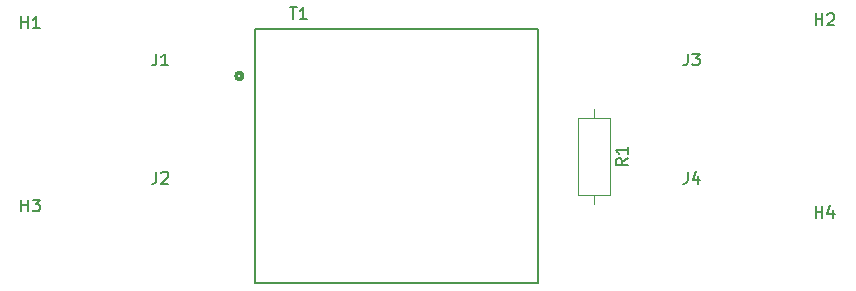
<source format=gbr>
%TF.GenerationSoftware,KiCad,Pcbnew,8.0.6*%
%TF.CreationDate,2025-02-04T11:33:45-08:00*%
%TF.ProjectId,Current_Transformer_test_Board,43757272-656e-4745-9f54-72616e73666f,rev?*%
%TF.SameCoordinates,Original*%
%TF.FileFunction,Legend,Top*%
%TF.FilePolarity,Positive*%
%FSLAX46Y46*%
G04 Gerber Fmt 4.6, Leading zero omitted, Abs format (unit mm)*
G04 Created by KiCad (PCBNEW 8.0.6) date 2025-02-04 11:33:45*
%MOMM*%
%LPD*%
G01*
G04 APERTURE LIST*
%ADD10C,0.150000*%
%ADD11C,0.127000*%
%ADD12C,0.300000*%
%ADD13C,0.120000*%
G04 APERTURE END LIST*
D10*
X69666666Y-46304819D02*
X69666666Y-47019104D01*
X69666666Y-47019104D02*
X69619047Y-47161961D01*
X69619047Y-47161961D02*
X69523809Y-47257200D01*
X69523809Y-47257200D02*
X69380952Y-47304819D01*
X69380952Y-47304819D02*
X69285714Y-47304819D01*
X70095238Y-46400057D02*
X70142857Y-46352438D01*
X70142857Y-46352438D02*
X70238095Y-46304819D01*
X70238095Y-46304819D02*
X70476190Y-46304819D01*
X70476190Y-46304819D02*
X70571428Y-46352438D01*
X70571428Y-46352438D02*
X70619047Y-46400057D01*
X70619047Y-46400057D02*
X70666666Y-46495295D01*
X70666666Y-46495295D02*
X70666666Y-46590533D01*
X70666666Y-46590533D02*
X70619047Y-46733390D01*
X70619047Y-46733390D02*
X70047619Y-47304819D01*
X70047619Y-47304819D02*
X70666666Y-47304819D01*
X58238095Y-34154819D02*
X58238095Y-33154819D01*
X58238095Y-33631009D02*
X58809523Y-33631009D01*
X58809523Y-34154819D02*
X58809523Y-33154819D01*
X59809523Y-34154819D02*
X59238095Y-34154819D01*
X59523809Y-34154819D02*
X59523809Y-33154819D01*
X59523809Y-33154819D02*
X59428571Y-33297676D01*
X59428571Y-33297676D02*
X59333333Y-33392914D01*
X59333333Y-33392914D02*
X59238095Y-33440533D01*
X125488095Y-33904819D02*
X125488095Y-32904819D01*
X125488095Y-33381009D02*
X126059523Y-33381009D01*
X126059523Y-33904819D02*
X126059523Y-32904819D01*
X126488095Y-33000057D02*
X126535714Y-32952438D01*
X126535714Y-32952438D02*
X126630952Y-32904819D01*
X126630952Y-32904819D02*
X126869047Y-32904819D01*
X126869047Y-32904819D02*
X126964285Y-32952438D01*
X126964285Y-32952438D02*
X127011904Y-33000057D01*
X127011904Y-33000057D02*
X127059523Y-33095295D01*
X127059523Y-33095295D02*
X127059523Y-33190533D01*
X127059523Y-33190533D02*
X127011904Y-33333390D01*
X127011904Y-33333390D02*
X126440476Y-33904819D01*
X126440476Y-33904819D02*
X127059523Y-33904819D01*
X125488095Y-50204819D02*
X125488095Y-49204819D01*
X125488095Y-49681009D02*
X126059523Y-49681009D01*
X126059523Y-50204819D02*
X126059523Y-49204819D01*
X126964285Y-49538152D02*
X126964285Y-50204819D01*
X126726190Y-49157200D02*
X126488095Y-49871485D01*
X126488095Y-49871485D02*
X127107142Y-49871485D01*
X114666666Y-36304819D02*
X114666666Y-37019104D01*
X114666666Y-37019104D02*
X114619047Y-37161961D01*
X114619047Y-37161961D02*
X114523809Y-37257200D01*
X114523809Y-37257200D02*
X114380952Y-37304819D01*
X114380952Y-37304819D02*
X114285714Y-37304819D01*
X115047619Y-36304819D02*
X115666666Y-36304819D01*
X115666666Y-36304819D02*
X115333333Y-36685771D01*
X115333333Y-36685771D02*
X115476190Y-36685771D01*
X115476190Y-36685771D02*
X115571428Y-36733390D01*
X115571428Y-36733390D02*
X115619047Y-36781009D01*
X115619047Y-36781009D02*
X115666666Y-36876247D01*
X115666666Y-36876247D02*
X115666666Y-37114342D01*
X115666666Y-37114342D02*
X115619047Y-37209580D01*
X115619047Y-37209580D02*
X115571428Y-37257200D01*
X115571428Y-37257200D02*
X115476190Y-37304819D01*
X115476190Y-37304819D02*
X115190476Y-37304819D01*
X115190476Y-37304819D02*
X115095238Y-37257200D01*
X115095238Y-37257200D02*
X115047619Y-37209580D01*
X69666666Y-36304819D02*
X69666666Y-37019104D01*
X69666666Y-37019104D02*
X69619047Y-37161961D01*
X69619047Y-37161961D02*
X69523809Y-37257200D01*
X69523809Y-37257200D02*
X69380952Y-37304819D01*
X69380952Y-37304819D02*
X69285714Y-37304819D01*
X70666666Y-37304819D02*
X70095238Y-37304819D01*
X70380952Y-37304819D02*
X70380952Y-36304819D01*
X70380952Y-36304819D02*
X70285714Y-36447676D01*
X70285714Y-36447676D02*
X70190476Y-36542914D01*
X70190476Y-36542914D02*
X70095238Y-36590533D01*
X80983095Y-32389819D02*
X81554523Y-32389819D01*
X81268809Y-33389819D02*
X81268809Y-32389819D01*
X82411666Y-33389819D02*
X81840238Y-33389819D01*
X82125952Y-33389819D02*
X82125952Y-32389819D01*
X82125952Y-32389819D02*
X82030714Y-32532676D01*
X82030714Y-32532676D02*
X81935476Y-32627914D01*
X81935476Y-32627914D02*
X81840238Y-32675533D01*
X58238095Y-49654819D02*
X58238095Y-48654819D01*
X58238095Y-49131009D02*
X58809523Y-49131009D01*
X58809523Y-49654819D02*
X58809523Y-48654819D01*
X59190476Y-48654819D02*
X59809523Y-48654819D01*
X59809523Y-48654819D02*
X59476190Y-49035771D01*
X59476190Y-49035771D02*
X59619047Y-49035771D01*
X59619047Y-49035771D02*
X59714285Y-49083390D01*
X59714285Y-49083390D02*
X59761904Y-49131009D01*
X59761904Y-49131009D02*
X59809523Y-49226247D01*
X59809523Y-49226247D02*
X59809523Y-49464342D01*
X59809523Y-49464342D02*
X59761904Y-49559580D01*
X59761904Y-49559580D02*
X59714285Y-49607200D01*
X59714285Y-49607200D02*
X59619047Y-49654819D01*
X59619047Y-49654819D02*
X59333333Y-49654819D01*
X59333333Y-49654819D02*
X59238095Y-49607200D01*
X59238095Y-49607200D02*
X59190476Y-49559580D01*
X109574819Y-45166666D02*
X109098628Y-45499999D01*
X109574819Y-45738094D02*
X108574819Y-45738094D01*
X108574819Y-45738094D02*
X108574819Y-45357142D01*
X108574819Y-45357142D02*
X108622438Y-45261904D01*
X108622438Y-45261904D02*
X108670057Y-45214285D01*
X108670057Y-45214285D02*
X108765295Y-45166666D01*
X108765295Y-45166666D02*
X108908152Y-45166666D01*
X108908152Y-45166666D02*
X109003390Y-45214285D01*
X109003390Y-45214285D02*
X109051009Y-45261904D01*
X109051009Y-45261904D02*
X109098628Y-45357142D01*
X109098628Y-45357142D02*
X109098628Y-45738094D01*
X109574819Y-44214285D02*
X109574819Y-44785713D01*
X109574819Y-44499999D02*
X108574819Y-44499999D01*
X108574819Y-44499999D02*
X108717676Y-44595237D01*
X108717676Y-44595237D02*
X108812914Y-44690475D01*
X108812914Y-44690475D02*
X108860533Y-44785713D01*
X114666666Y-46304819D02*
X114666666Y-47019104D01*
X114666666Y-47019104D02*
X114619047Y-47161961D01*
X114619047Y-47161961D02*
X114523809Y-47257200D01*
X114523809Y-47257200D02*
X114380952Y-47304819D01*
X114380952Y-47304819D02*
X114285714Y-47304819D01*
X115571428Y-46638152D02*
X115571428Y-47304819D01*
X115333333Y-46257200D02*
X115095238Y-46971485D01*
X115095238Y-46971485D02*
X115714285Y-46971485D01*
D11*
%TO.C,T1*%
X78000000Y-34250000D02*
X102000000Y-34250000D01*
X78000000Y-55750000D02*
X78000000Y-34250000D01*
X102000000Y-34250000D02*
X102000000Y-55750000D01*
X102000000Y-55750000D02*
X78000000Y-55750000D01*
D12*
X76982841Y-38200000D02*
G75*
G02*
X76417159Y-38200000I-282841J0D01*
G01*
X76417159Y-38200000D02*
G75*
G02*
X76982841Y-38200000I282841J0D01*
G01*
D13*
%TO.C,R1*%
X105380000Y-41730000D02*
X105380000Y-48270000D01*
X105380000Y-48270000D02*
X108120000Y-48270000D01*
X106750000Y-40960000D02*
X106750000Y-41730000D01*
X106750000Y-49040000D02*
X106750000Y-48270000D01*
X108120000Y-41730000D02*
X105380000Y-41730000D01*
X108120000Y-48270000D02*
X108120000Y-41730000D01*
%TD*%
M02*

</source>
